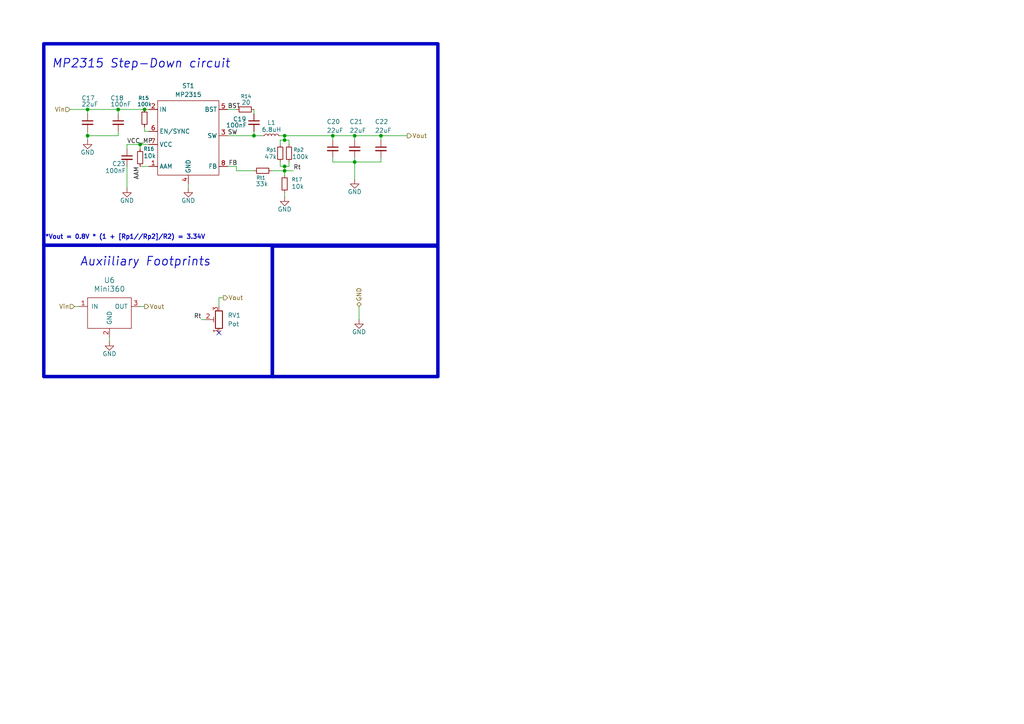
<source format=kicad_sch>
(kicad_sch (version 20250114) (generator "eeschema") (generator_version "9.0")
  (paper "A4")
  (lib_symbols
    (symbol "Device:C_Small" (pin_numbers (hide yes)) (pin_names (offset 0.254) (hide yes))
      (property "Reference" "C" (at 0.254 1.778 0))
      (property "Value" "C_Small" (at 0.254 -2.032 0))
      (symbol "C_Small_0_1"
        (polyline (pts (xy -1.524 0.508) (xy 1.524 0.508)) (stroke (width 0.3048)))
        (polyline (pts (xy -1.524 -0.508) (xy 1.524 -0.508)) (stroke (width 0.3302)))
      )
      (symbol "C_Small_1_1"
        (pin passive line (at 0 2.54 270) (length 2.032) (name "~") (number "1"))
        (pin passive line (at 0 -2.54 90) (length 2.032) (name "~") (number "2"))
      )
    )
    (symbol "Device:L_Small" (pin_numbers (hide yes)) (pin_names (offset 0.254) (hide yes))
      (property "Reference" "L" (at 0.762 1.016 0))
      (property "Value" "L_Small" (at 0.762 -1.016 0))
      (symbol "L_Small_0_1"
        (arc (start 0 2.032) (mid 0.5058 1.524) (end 0 1.016))
        (arc (start 0 1.016) (mid 0.5058 0.508) (end 0 0))
        (arc (start 0 0) (mid 0.5058 -0.508) (end 0 -1.016))
        (arc (start 0 -1.016) (mid 0.5058 -1.524) (end 0 -2.032))
      )
      (symbol "L_Small_1_1"
        (pin passive line (at 0 2.54 270) (length 0.508) (name "~") (number "1"))
        (pin passive line (at 0 -2.54 90) (length 0.508) (name "~") (number "2"))
      )
    )
    (symbol "Device:R_Potentiometer_Trim" (pin_names (offset 1.016) (hide yes))
      (property "Reference" "RV" (at -4.445 0 90))
      (property "Value" "R_Potentiometer_Trim" (at -2.54 0 90))
      (symbol "R_Potentiometer_Trim_0_1"
        (rectangle (start 1.016 2.54) (end -1.016 -2.54) (stroke (width 0.254)))
        (polyline (pts (xy 1.524 0.762) (xy 1.524 -0.762)))
        (polyline (pts (xy 2.54 0) (xy 1.524 0)))
      )
      (symbol "R_Potentiometer_Trim_1_1"
        (pin passive line (at 0 3.81 270) (length 1.27) (name "1") (number "1"))
        (pin passive line (at 0 -3.81 90) (length 1.27) (name "3") (number "3"))
        (pin passive line (at 3.81 0 180) (length 1.27) (name "2") (number "2"))
      )
    )
    (symbol "Device:R_Small" (pin_numbers (hide yes)) (pin_names (offset 0.254) (hide yes))
      (property "Reference" "R" (at 0 0 90))
      (property "Value" "R_Small" (at 1.778 0 90))
      (symbol "R_Small_0_1"
        (rectangle (start -0.762 1.778) (end 0.762 -1.778) (stroke (width 0.2032)))
      )
      (symbol "R_Small_1_1"
        (pin passive line (at 0 2.54 270) (length 0.762) (name "~") (number "1"))
        (pin passive line (at 0 -2.54 90) (length 0.762) (name "~") (number "2"))
      )
    )
    (symbol "MixLib:MP2315GJ"
      (property "Reference" "U" (at -3.556 7.62 0))
      (property "Value" "MP2315" (at -0.508 5.588 0))
      (symbol "MP2315GJ_0_1"
        (rectangle (start -8.89 10.16) (end 8.89 -11.43))
      )
      (symbol "MP2315GJ_1_1"
        (pin power_in line (at -11.43 7.62 0) (length 2.54) (name "IN") (number "2"))
        (pin bidirectional line (at -11.43 1.27 0) (length 2.54) (name "EN/SYNC") (number "6"))
        (pin output line (at -11.43 -2.54 0) (length 2.54) (name "VCC") (number "7"))
        (pin input line (at -11.43 -8.89 0) (length 2.54) (name "AAM") (number "1"))
        (pin power_in line (at 0 -13.97 90) (length 2.54) (name "GND") (number "4"))
        (pin input line (at 11.43 7.62 180) (length 2.54) (name "BST") (number "5"))
        (pin bidirectional line (at 11.43 0 180) (length 2.54) (name "SW") (number "3"))
        (pin bidirectional line (at 11.43 -8.89 180) (length 2.54) (name "FB") (number "8"))
      )
    )
    (symbol "MixLib:Mini360" (pin_names (offset 1.016))
      (property "Reference" "U" (at -8.89 -1.016 0))
      (property "Value" "Mini360" (at -4.572 8.128 0))
      (symbol "Mini360_1_1"
        (rectangle (start -10.16 6.35) (end 2.54 -2.54))
        (pin power_in line (at -12.7 3.81 0) (length 2.54) (name "IN") (number "1"))
        (pin power_out line (at -3.81 -5.08 90) (length 2.54) (name "GND") (number "2"))
        (pin power_out line (at 5.08 3.81 180) (length 2.54) (name "OUT") (number "3"))
      )
    )
    (symbol "power:GND" (power) (pin_numbers (hide yes)) (pin_names (offset 0) (hide yes))
      (property "Value" "GND" (at 0 -3.81 0))
      (symbol "GND_0_1"
        (polyline (pts (xy 0 0) (xy 0 -1.27) (xy 1.27 -1.27) (xy 0 -2.54) (xy -1.27 -1.27) (xy 0 -1.27)))
      )
      (symbol "GND_1_1"
        (pin power_in line (at 0 0 270) (length 0) (name "~") (number "1"))
      )
    )
  )
  (rectangle (start 12.7 12.7) (end 127 71.12) (stroke (width 1)))
  (rectangle (start 78.994 71.374) (end 127 109.22) (stroke (width 1)))
  (rectangle (start 12.7 71.12) (end 78.994 109.22) (stroke (width 1)))
  (text "*Vout = 0.8V * (1 + [Rp1//Rp2]/R2) = 3.34V" (at 36.322 68.834 0) (effects (font (size 1.27 1.27) (thickness 0.254) (bold yes))))
  (text "Auxiiliary Footprints\n\n" (at 42.164 77.978 0) (effects (font (size 2.5 2.5) (thickness 0.254) (bold yes) (italic yes))))
  (text "MP2315 Step-Down circuit\n" (at 40.894 18.542 0) (effects (font (size 2.5 2.5) (thickness 0.254) (bold yes) (italic yes))))
  (junction (at 82.55 39.37))
  (junction (at 25.4 39.37))
  (junction (at 34.29 31.75))
  (junction (at 102.87 46.99))
  (junction (at 82.55 48.26))
  (junction (at 41.91 31.75))
  (junction (at 73.66 39.37))
  (junction (at 25.4 31.75))
  (junction (at 96.52 39.37))
  (junction (at 110.49 39.37))
  (junction (at 82.55 49.53))
  (junction (at 40.64 41.91))
  (junction (at 102.87 39.37))
  (junction (at 82.55 40.64))
  (no_connect (at 63.5 96.52))
  (wire (pts (xy 21.59 88.9) (xy 22.86 88.9)))
  (wire (pts (xy 64.77 86.36) (xy 63.5 86.36)))
  (wire (pts (xy 82.55 40.64) (xy 82.55 39.37)))
  (wire (pts (xy 68.58 49.53) (xy 68.58 48.26)))
  (wire (pts (xy 102.87 46.99) (xy 102.87 52.07)))
  (wire (pts (xy 110.49 46.99) (xy 110.49 45.72)))
  (wire (pts (xy 34.29 38.1) (xy 34.29 39.37)))
  (wire (pts (xy 82.55 40.64) (xy 83.82 40.64)))
  (wire (pts (xy 96.52 39.37) (xy 96.52 40.64)))
  (wire (pts (xy 36.83 43.18) (xy 36.83 41.91)))
  (wire (pts (xy 41.91 31.75) (xy 43.18 31.75)))
  (wire (pts (xy 102.87 45.72) (xy 102.87 46.99)))
  (wire (pts (xy 96.52 46.99) (xy 102.87 46.99)))
  (wire (pts (xy 81.28 46.99) (xy 81.28 48.26)))
  (wire (pts (xy 25.4 39.37) (xy 34.29 39.37)))
  (wire (pts (xy 41.91 38.1) (xy 43.18 38.1)))
  (wire (pts (xy 73.66 39.37) (xy 76.2 39.37)))
  (wire (pts (xy 82.55 39.37) (xy 96.52 39.37)))
  (wire (pts (xy 104.14 88.9) (xy 104.14 92.71)))
  (wire (pts (xy 81.28 48.26) (xy 82.55 48.26)))
  (wire (pts (xy 25.4 33.02) (xy 25.4 31.75)))
  (wire (pts (xy 82.55 48.26) (xy 82.55 49.53)))
  (wire (pts (xy 110.49 39.37) (xy 118.11 39.37)))
  (wire (pts (xy 82.55 55.88) (xy 82.55 57.15)))
  (wire (pts (xy 36.83 41.91) (xy 40.64 41.91)))
  (wire (pts (xy 102.87 39.37) (xy 110.49 39.37)))
  (wire (pts (xy 81.28 40.64) (xy 81.28 41.91)))
  (wire (pts (xy 96.52 46.99) (xy 96.52 45.72)))
  (wire (pts (xy 96.52 39.37) (xy 102.87 39.37)))
  (wire (pts (xy 25.4 31.75) (xy 34.29 31.75)))
  (wire (pts (xy 83.82 40.64) (xy 83.82 41.91)))
  (wire (pts (xy 73.66 38.1) (xy 73.66 39.37)))
  (wire (pts (xy 25.4 40.64) (xy 25.4 39.37)))
  (wire (pts (xy 82.55 48.26) (xy 83.82 48.26)))
  (wire (pts (xy 41.91 36.83) (xy 41.91 38.1)))
  (wire (pts (xy 68.58 49.53) (xy 73.66 49.53)))
  (wire (pts (xy 40.64 88.9) (xy 41.91 88.9)))
  (wire (pts (xy 63.5 86.36) (xy 63.5 88.9)))
  (wire (pts (xy 34.29 31.75) (xy 41.91 31.75)))
  (wire (pts (xy 40.64 41.91) (xy 40.64 43.18)))
  (wire (pts (xy 40.64 48.26) (xy 43.18 48.26)))
  (wire (pts (xy 110.49 39.37) (xy 110.49 40.64)))
  (wire (pts (xy 81.28 39.37) (xy 82.55 39.37)))
  (wire (pts (xy 102.87 46.99) (xy 110.49 46.99)))
  (wire (pts (xy 36.83 48.26) (xy 36.83 54.61)))
  (wire (pts (xy 25.4 38.1) (xy 25.4 39.37)))
  (wire (pts (xy 83.82 48.26) (xy 83.82 46.99)))
  (wire (pts (xy 81.28 40.64) (xy 82.55 40.64)))
  (wire (pts (xy 82.55 49.53) (xy 85.09 49.53)))
  (wire (pts (xy 102.87 39.37) (xy 102.87 40.64)))
  (wire (pts (xy 68.58 48.26) (xy 66.04 48.26)))
  (wire (pts (xy 20.32 31.75) (xy 25.4 31.75)))
  (wire (pts (xy 82.55 49.53) (xy 82.55 50.8)))
  (wire (pts (xy 40.64 41.91) (xy 43.18 41.91)))
  (wire (pts (xy 66.04 31.75) (xy 68.58 31.75)))
  (wire (pts (xy 54.61 53.34) (xy 54.61 54.61)))
  (wire (pts (xy 58.42 92.71) (xy 59.69 92.71)))
  (wire (pts (xy 78.74 49.53) (xy 82.55 49.53)))
  (wire (pts (xy 34.29 31.75) (xy 34.29 33.02)))
  (wire (pts (xy 73.66 31.75) (xy 73.66 33.02)))
  (wire (pts (xy 66.04 39.37) (xy 73.66 39.37)))
  (wire (pts (xy 31.75 97.79) (xy 31.75 99.06)))
  (label "BST" (at 66.04 31.75 0))
  (label "AAM" (at 40.64 48.26 270))
  (label "SW" (at 66.04 39.37 0))
  (label "Rt" (at 85.09 49.53 0))
  (label "Rt" (at 58.42 92.71 180))
  (label "FB" (at 66.294 48.26 0))
  (label "VCC_MP" (at 36.83 41.91 0))
  (hierarchical_label "Vout" (shape output) (at 64.77 86.36 0))
  (hierarchical_label "Vout" (shape output) (at 41.91 88.9 0))
  (hierarchical_label "GND" (shape bidirectional) (at 104.14 88.9 90))
  (hierarchical_label "Vout" (shape output) (at 118.11 39.37 0))
  (hierarchical_label "Vin" (shape input) (at 20.32 31.75 180))
  (hierarchical_label "Vin" (shape input) (at 21.59 88.9 180))
  (symbol (lib_id "power:GND") (at 82.55 57.15 0) (unit 1)
    (property "Reference" "#PWR060" (effects (hide yes)))
    (property "Value" "GND" (at 82.55 60.706 0))
    (property "Description" "Power symbol creates a global label with name \"GND\" , ground" (effects (hide yes)))
  )
  (symbol (lib_id "Device:R_Small") (at 81.28 44.45 0) (mirror x) (unit 1)
    (property "Reference" "Rp1" (at 78.74 43.434 0) (effects (font (size 1.016 1.016))))
    (property "Value" "47k" (at 78.486 45.466 0))
    (property "Footprint" "Resistor_SMD:R_0805_2012Metric" (effects (hide yes)))
    (property "Description" "Resistor, small symbol" (effects (hide yes)))
  )
  (symbol (lib_id "Device:R_Small") (at 41.91 34.29 180) (unit 1)
    (property "Reference" "R15" (at 41.656 28.448 0) (effects (font (size 1.016 1.016))))
    (property "Value" "100k" (at 41.91 30.226 0) (effects (font (size 1.1 1.1))))
    (property "Footprint" "Resistor_SMD:R_0603_1608Metric" (effects (hide yes)))
    (property "Description" "Resistor, small symbol" (effects (hide yes)))
  )
  (symbol (lib_id "Device:R_Small") (at 71.12 31.75 270) (unit 1)
    (property "Reference" "R14" (at 71.374 27.94 90) (effects (font (size 1.016 1.016))))
    (property "Value" "20" (at 71.374 29.718 90))
    (property "Footprint" "Resistor_SMD:R_0805_2012Metric" (effects (hide yes)))
    (property "Description" "Resistor, small symbol" (effects (hide yes)))
  )
  (symbol (lib_id "Device:C_Small") (at 96.52 43.18 0) (unit 1)
    (property "Reference" "C20" (at 94.742 35.306 0) (effects (justify left)))
    (property "Value" "22uF" (at 94.742 37.846 0) (effects (justify left)))
    (property "Footprint" "Capacitor_SMD:C_0805_2012Metric" (effects (hide yes)))
    (property "Description" "Unpolarized capacitor, small symbol" (effects (hide yes)))
  )
  (symbol (lib_id "Device:R_Small") (at 76.2 49.53 90) (unit 1)
    (property "Reference" "Rt1" (at 75.692 51.562 90) (effects (font (size 1.016 1.016))))
    (property "Value" "33k" (at 75.946 53.34 90))
    (property "Footprint" "Resistor_SMD:R_0603_1608Metric" (effects (hide yes)))
    (property "Description" "Resistor, small symbol" (effects (hide yes)))
  )
  (symbol (lib_id "power:GND") (at 25.4 40.64 0) (unit 1)
    (property "Reference" "#PWR056" (effects (hide yes)))
    (property "Value" "GND" (at 25.4 44.196 0))
    (property "Description" "Power symbol creates a global label with name \"GND\" , ground" (effects (hide yes)))
  )
  (symbol (lib_id "Device:C_Small") (at 36.83 45.72 0) (unit 1)
    (property "Reference" "C23" (at 32.512 47.498 0) (effects (justify left)))
    (property "Value" "100nF" (at 30.48 49.53 0) (effects (justify left)))
    (property "Footprint" "Capacitor_SMD:C_0603_1608Metric" (effects (hide yes)))
    (property "Description" "Unpolarized capacitor, small symbol" (effects (hide yes)))
  )
  (symbol (lib_id "Device:C_Small") (at 34.29 35.56 0) (unit 1)
    (property "Reference" "C18" (at 32.004 28.448 0) (effects (justify left)))
    (property "Value" "100nF" (at 32.004 30.226 0) (effects (justify left)))
    (property "Footprint" "Capacitor_SMD:C_0603_1608Metric" (effects (hide yes)))
    (property "Description" "Unpolarized capacitor, small symbol" (effects (hide yes)))
  )
  (symbol (lib_id "power:GND") (at 36.83 54.61 0) (unit 1)
    (property "Reference" "#PWR057" (effects (hide yes)))
    (property "Value" "GND" (at 36.83 58.166 0))
    (property "Description" "Power symbol creates a global label with name \"GND\" , ground" (effects (hide yes)))
  )
  (symbol (lib_id "Device:C_Small") (at 110.49 43.18 0) (unit 1)
    (property "Reference" "C22" (at 108.712 35.306 0) (effects (justify left)))
    (property "Value" "22uF" (at 108.712 37.846 0) (effects (justify left)))
    (property "Footprint" "Capacitor_SMD:C_0805_2012Metric" (effects (hide yes)))
    (property "Description" "Unpolarized capacitor, small symbol" (effects (hide yes)))
  )
  (symbol (lib_id "power:GND") (at 102.87 52.07 0) (unit 1)
    (property "Reference" "#PWR059" (effects (hide yes)))
    (property "Value" "GND" (at 102.87 55.626 0))
    (property "Description" "Power symbol creates a global label with name \"GND\" , ground" (effects (hide yes)))
  )
  (symbol (lib_id "Device:C_Small") (at 73.66 35.56 0) (unit 1)
    (property "Reference" "C19" (at 67.564 34.544 0) (effects (justify left)))
    (property "Value" "100nF" (at 65.532 36.322 0) (effects (justify left)))
    (property "Footprint" "Capacitor_SMD:C_0603_1608Metric" (effects (hide yes)))
    (property "Description" "Unpolarized capacitor, small symbol" (effects (hide yes)))
  )
  (symbol (lib_id "Device:R_Small") (at 82.55 53.34 180) (unit 1)
    (property "Reference" "R17" (at 86.106 52.07 0) (effects (font (size 1.016 1.016))))
    (property "Value" "10k" (at 86.36 54.102 0))
    (property "Footprint" "Resistor_SMD:R_0805_2012Metric" (effects (hide yes)))
    (property "Description" "Resistor, small symbol" (effects (hide yes)))
  )
  (symbol (lib_id "Device:L_Small") (at 78.74 39.37 90) (unit 1)
    (property "Reference" "L1" (at 78.74 35.56 90))
    (property "Value" "6.8uH" (at 78.74 37.592 90))
    (property "Footprint" "Inductor_SMD:L_TDK_SLF6025" (effects (hide yes)))
    (property "Description" "Inductor, small symbol" (effects (hide yes)))
  )
  (symbol (lib_id "Device:R_Small") (at 83.82 44.45 180) (unit 1)
    (property "Reference" "Rp2" (at 86.614 43.434 0) (effects (font (size 1.016 1.016))))
    (property "Value" "100k" (at 87.122 45.466 0))
    (property "Footprint" "Resistor_SMD:R_0805_2012Metric" (effects (hide yes)))
    (property "Description" "Resistor, small symbol" (effects (hide yes)))
  )
  (symbol (lib_id "power:GND") (at 104.14 92.71 0) (unit 1)
    (property "Reference" "#PWR061" (effects (hide yes)))
    (property "Value" "GND" (at 104.14 96.266 0))
    (property "Description" "Power symbol creates a global label with name \"GND\" , ground" (effects (hide yes)))
  )
  (symbol (lib_id "power:GND") (at 54.61 54.61 0) (unit 1)
    (property "Reference" "#PWR058" (effects (hide yes)))
    (property "Value" "GND" (at 54.61 58.166 0))
    (property "Description" "Power symbol creates a global label with name \"GND\" , ground" (effects (hide yes)))
  )
  (symbol (lib_id "MixLib:MP2315GJ") (at 54.61 39.37 0) (unit 1)
    (property "Reference" "ST1" (at 54.61 24.892 0))
    (property "Value" "MP2315" (at 54.61 27.432 0))
    (property "Footprint" "Package_TO_SOT_SMD:TSOT-23-8" (effects (hide yes)))
  )
  (symbol (lib_id "Device:C_Small") (at 25.4 35.56 0) (unit 1)
    (property "Reference" "C17" (at 23.622 28.448 0) (effects (justify left)))
    (property "Value" "22uF" (at 23.622 30.226 0) (effects (justify left)))
    (property "Footprint" "Capacitor_SMD:C_0805_2012Metric" (effects (hide yes)))
    (property "Description" "Unpolarized capacitor, small symbol" (effects (hide yes)))
  )
  (symbol (lib_id "MixLib:Mini360") (at 35.56 92.71 0) (unit 1)
    (property "Reference" "U6" (at 31.75 81.28 0) (effects (font (size 1.524 1.524))))
    (property "Value" "Mini360" (at 31.75 83.82 0) (effects (font (size 1.524 1.524))))
    (property "Footprint" "MixLib:Mini360_step-down" (effects (hide yes)))
  )
  (symbol (lib_id "power:GND") (at 31.75 99.06 0) (unit 1)
    (property "Reference" "#PWR062" (effects (hide yes)))
    (property "Value" "GND" (at 31.75 102.616 0))
    (property "Description" "Power symbol creates a global label with name \"GND\" , ground" (effects (hide yes)))
  )
  (symbol (lib_id "Device:C_Small") (at 102.87 43.18 0) (unit 1)
    (property "Reference" "C21" (at 101.346 35.306 0) (effects (justify left)))
    (property "Value" "22uF" (at 101.346 37.846 0) (effects (justify left)))
    (property "Footprint" "Capacitor_SMD:C_0805_2012Metric" (effects (hide yes)))
    (property "Description" "Unpolarized capacitor, small symbol" (effects (hide yes)))
  )
  (symbol (lib_id "Device:R_Small") (at 40.64 45.72 180) (unit 1)
    (property "Reference" "R16" (at 43.18 43.18 0) (effects (font (size 1.016 1.016))))
    (property "Value" "10k" (at 43.434 45.212 0))
    (property "Footprint" "Resistor_SMD:R_0603_1608Metric" (effects (hide yes)))
    (property "Description" "Resistor, small symbol" (effects (hide yes)))
  )
  (symbol (lib_id "Device:R_Potentiometer_Trim") (at 63.5 92.71 180) (unit 1)
    (property "Reference" "RV1" (at 66.04 91.4399 0) (effects (justify right)))
    (property "Value" "Pot" (at 66.04 93.9799 0) (effects (justify right)))
    (property "Footprint" "Potentiometer_SMD:Potentiometer_Vishay_TS53YJ_Vertical" (effects (hide yes)))
    (property "Description" "Trim-potentiometer" (effects (hide yes)))
  )
)
</source>
